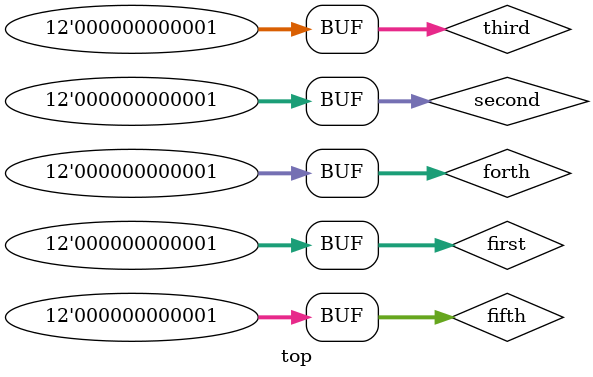
<source format=sv>
module top();
	logic [11:0] first  = 12'h1; 
	logic [11:0] second  = 12'd1; 
	logic [11:0] third  = 12'b1;
	logic [11:0] forth  = 12'o1;
	logic [11:0] fifth  = 1; 
endmodule


</source>
